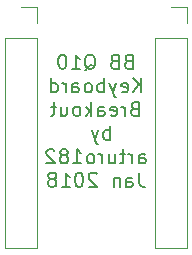
<source format=gbo>
G04 #@! TF.GenerationSoftware,KiCad,Pcbnew,(5.0-dev-4158-ga83669ab1)*
G04 #@! TF.CreationDate,2018-03-07T22:38:40+01:00*
G04 #@! TF.ProjectId,bbq10breakout,6262713130627265616B6F75742E6B69,rev?*
G04 #@! TF.SameCoordinates,Original*
G04 #@! TF.FileFunction,Legend,Bot*
G04 #@! TF.FilePolarity,Positive*
%FSLAX46Y46*%
G04 Gerber Fmt 4.6, Leading zero omitted, Abs format (unit mm)*
G04 Created by KiCad (PCBNEW (5.0-dev-4158-ga83669ab1)) date 03/07/18 22:38:41*
%MOMM*%
%LPD*%
G01*
G04 APERTURE LIST*
%ADD10C,0.200000*%
%ADD11C,0.120000*%
G04 APERTURE END LIST*
D10*
X176732857Y-36316285D02*
X176561428Y-36373428D01*
X176504285Y-36430571D01*
X176447142Y-36544857D01*
X176447142Y-36716285D01*
X176504285Y-36830571D01*
X176561428Y-36887714D01*
X176675714Y-36944857D01*
X177132857Y-36944857D01*
X177132857Y-35744857D01*
X176732857Y-35744857D01*
X176618571Y-35802000D01*
X176561428Y-35859142D01*
X176504285Y-35973428D01*
X176504285Y-36087714D01*
X176561428Y-36202000D01*
X176618571Y-36259142D01*
X176732857Y-36316285D01*
X177132857Y-36316285D01*
X175532857Y-36316285D02*
X175361428Y-36373428D01*
X175304285Y-36430571D01*
X175247142Y-36544857D01*
X175247142Y-36716285D01*
X175304285Y-36830571D01*
X175361428Y-36887714D01*
X175475714Y-36944857D01*
X175932857Y-36944857D01*
X175932857Y-35744857D01*
X175532857Y-35744857D01*
X175418571Y-35802000D01*
X175361428Y-35859142D01*
X175304285Y-35973428D01*
X175304285Y-36087714D01*
X175361428Y-36202000D01*
X175418571Y-36259142D01*
X175532857Y-36316285D01*
X175932857Y-36316285D01*
X173018571Y-37059142D02*
X173132857Y-37002000D01*
X173247142Y-36887714D01*
X173418571Y-36716285D01*
X173532857Y-36659142D01*
X173647142Y-36659142D01*
X173590000Y-36944857D02*
X173704285Y-36887714D01*
X173818571Y-36773428D01*
X173875714Y-36544857D01*
X173875714Y-36144857D01*
X173818571Y-35916285D01*
X173704285Y-35802000D01*
X173590000Y-35744857D01*
X173361428Y-35744857D01*
X173247142Y-35802000D01*
X173132857Y-35916285D01*
X173075714Y-36144857D01*
X173075714Y-36544857D01*
X173132857Y-36773428D01*
X173247142Y-36887714D01*
X173361428Y-36944857D01*
X173590000Y-36944857D01*
X171932857Y-36944857D02*
X172618571Y-36944857D01*
X172275714Y-36944857D02*
X172275714Y-35744857D01*
X172390000Y-35916285D01*
X172504285Y-36030571D01*
X172618571Y-36087714D01*
X171190000Y-35744857D02*
X171075714Y-35744857D01*
X170961428Y-35802000D01*
X170904285Y-35859142D01*
X170847142Y-35973428D01*
X170790000Y-36202000D01*
X170790000Y-36487714D01*
X170847142Y-36716285D01*
X170904285Y-36830571D01*
X170961428Y-36887714D01*
X171075714Y-36944857D01*
X171190000Y-36944857D01*
X171304285Y-36887714D01*
X171361428Y-36830571D01*
X171418571Y-36716285D01*
X171475714Y-36487714D01*
X171475714Y-36202000D01*
X171418571Y-35973428D01*
X171361428Y-35859142D01*
X171304285Y-35802000D01*
X171190000Y-35744857D01*
X177818571Y-38944857D02*
X177818571Y-37744857D01*
X177132857Y-38944857D02*
X177647142Y-38259142D01*
X177132857Y-37744857D02*
X177818571Y-38430571D01*
X176161428Y-38887714D02*
X176275714Y-38944857D01*
X176504285Y-38944857D01*
X176618571Y-38887714D01*
X176675714Y-38773428D01*
X176675714Y-38316285D01*
X176618571Y-38202000D01*
X176504285Y-38144857D01*
X176275714Y-38144857D01*
X176161428Y-38202000D01*
X176104285Y-38316285D01*
X176104285Y-38430571D01*
X176675714Y-38544857D01*
X175704285Y-38144857D02*
X175418571Y-38944857D01*
X175132857Y-38144857D02*
X175418571Y-38944857D01*
X175532857Y-39230571D01*
X175590000Y-39287714D01*
X175704285Y-39344857D01*
X174675714Y-38944857D02*
X174675714Y-37744857D01*
X174675714Y-38202000D02*
X174561428Y-38144857D01*
X174332857Y-38144857D01*
X174218571Y-38202000D01*
X174161428Y-38259142D01*
X174104285Y-38373428D01*
X174104285Y-38716285D01*
X174161428Y-38830571D01*
X174218571Y-38887714D01*
X174332857Y-38944857D01*
X174561428Y-38944857D01*
X174675714Y-38887714D01*
X173418571Y-38944857D02*
X173532857Y-38887714D01*
X173590000Y-38830571D01*
X173647142Y-38716285D01*
X173647142Y-38373428D01*
X173590000Y-38259142D01*
X173532857Y-38202000D01*
X173418571Y-38144857D01*
X173247142Y-38144857D01*
X173132857Y-38202000D01*
X173075714Y-38259142D01*
X173018571Y-38373428D01*
X173018571Y-38716285D01*
X173075714Y-38830571D01*
X173132857Y-38887714D01*
X173247142Y-38944857D01*
X173418571Y-38944857D01*
X171990000Y-38944857D02*
X171990000Y-38316285D01*
X172047142Y-38202000D01*
X172161428Y-38144857D01*
X172390000Y-38144857D01*
X172504285Y-38202000D01*
X171990000Y-38887714D02*
X172104285Y-38944857D01*
X172390000Y-38944857D01*
X172504285Y-38887714D01*
X172561428Y-38773428D01*
X172561428Y-38659142D01*
X172504285Y-38544857D01*
X172390000Y-38487714D01*
X172104285Y-38487714D01*
X171990000Y-38430571D01*
X171418571Y-38944857D02*
X171418571Y-38144857D01*
X171418571Y-38373428D02*
X171361428Y-38259142D01*
X171304285Y-38202000D01*
X171190000Y-38144857D01*
X171075714Y-38144857D01*
X170161428Y-38944857D02*
X170161428Y-37744857D01*
X170161428Y-38887714D02*
X170275714Y-38944857D01*
X170504285Y-38944857D01*
X170618571Y-38887714D01*
X170675714Y-38830571D01*
X170732857Y-38716285D01*
X170732857Y-38373428D01*
X170675714Y-38259142D01*
X170618571Y-38202000D01*
X170504285Y-38144857D01*
X170275714Y-38144857D01*
X170161428Y-38202000D01*
X177247142Y-40316285D02*
X177075714Y-40373428D01*
X177018571Y-40430571D01*
X176961428Y-40544857D01*
X176961428Y-40716285D01*
X177018571Y-40830571D01*
X177075714Y-40887714D01*
X177190000Y-40944857D01*
X177647142Y-40944857D01*
X177647142Y-39744857D01*
X177247142Y-39744857D01*
X177132857Y-39802000D01*
X177075714Y-39859142D01*
X177018571Y-39973428D01*
X177018571Y-40087714D01*
X177075714Y-40202000D01*
X177132857Y-40259142D01*
X177247142Y-40316285D01*
X177647142Y-40316285D01*
X176447142Y-40944857D02*
X176447142Y-40144857D01*
X176447142Y-40373428D02*
X176390000Y-40259142D01*
X176332857Y-40202000D01*
X176218571Y-40144857D01*
X176104285Y-40144857D01*
X175247142Y-40887714D02*
X175361428Y-40944857D01*
X175590000Y-40944857D01*
X175704285Y-40887714D01*
X175761428Y-40773428D01*
X175761428Y-40316285D01*
X175704285Y-40202000D01*
X175590000Y-40144857D01*
X175361428Y-40144857D01*
X175247142Y-40202000D01*
X175190000Y-40316285D01*
X175190000Y-40430571D01*
X175761428Y-40544857D01*
X174161428Y-40944857D02*
X174161428Y-40316285D01*
X174218571Y-40202000D01*
X174332857Y-40144857D01*
X174561428Y-40144857D01*
X174675714Y-40202000D01*
X174161428Y-40887714D02*
X174275714Y-40944857D01*
X174561428Y-40944857D01*
X174675714Y-40887714D01*
X174732857Y-40773428D01*
X174732857Y-40659142D01*
X174675714Y-40544857D01*
X174561428Y-40487714D01*
X174275714Y-40487714D01*
X174161428Y-40430571D01*
X173590000Y-40944857D02*
X173590000Y-39744857D01*
X173475714Y-40487714D02*
X173132857Y-40944857D01*
X173132857Y-40144857D02*
X173590000Y-40602000D01*
X172447142Y-40944857D02*
X172561428Y-40887714D01*
X172618571Y-40830571D01*
X172675714Y-40716285D01*
X172675714Y-40373428D01*
X172618571Y-40259142D01*
X172561428Y-40202000D01*
X172447142Y-40144857D01*
X172275714Y-40144857D01*
X172161428Y-40202000D01*
X172104285Y-40259142D01*
X172047142Y-40373428D01*
X172047142Y-40716285D01*
X172104285Y-40830571D01*
X172161428Y-40887714D01*
X172275714Y-40944857D01*
X172447142Y-40944857D01*
X171018571Y-40144857D02*
X171018571Y-40944857D01*
X171532857Y-40144857D02*
X171532857Y-40773428D01*
X171475714Y-40887714D01*
X171361428Y-40944857D01*
X171190000Y-40944857D01*
X171075714Y-40887714D01*
X171018571Y-40830571D01*
X170618571Y-40144857D02*
X170161428Y-40144857D01*
X170447142Y-39744857D02*
X170447142Y-40773428D01*
X170390000Y-40887714D01*
X170275714Y-40944857D01*
X170161428Y-40944857D01*
X175161428Y-42944857D02*
X175161428Y-41744857D01*
X175161428Y-42202000D02*
X175047142Y-42144857D01*
X174818571Y-42144857D01*
X174704285Y-42202000D01*
X174647142Y-42259142D01*
X174590000Y-42373428D01*
X174590000Y-42716285D01*
X174647142Y-42830571D01*
X174704285Y-42887714D01*
X174818571Y-42944857D01*
X175047142Y-42944857D01*
X175161428Y-42887714D01*
X174190000Y-42144857D02*
X173904285Y-42944857D01*
X173618571Y-42144857D02*
X173904285Y-42944857D01*
X174018571Y-43230571D01*
X174075714Y-43287714D01*
X174190000Y-43344857D01*
X177618571Y-44944857D02*
X177618571Y-44316285D01*
X177675714Y-44202000D01*
X177790000Y-44144857D01*
X178018571Y-44144857D01*
X178132857Y-44202000D01*
X177618571Y-44887714D02*
X177732857Y-44944857D01*
X178018571Y-44944857D01*
X178132857Y-44887714D01*
X178190000Y-44773428D01*
X178190000Y-44659142D01*
X178132857Y-44544857D01*
X178018571Y-44487714D01*
X177732857Y-44487714D01*
X177618571Y-44430571D01*
X177047142Y-44944857D02*
X177047142Y-44144857D01*
X177047142Y-44373428D02*
X176990000Y-44259142D01*
X176932857Y-44202000D01*
X176818571Y-44144857D01*
X176704285Y-44144857D01*
X176475714Y-44144857D02*
X176018571Y-44144857D01*
X176304285Y-43744857D02*
X176304285Y-44773428D01*
X176247142Y-44887714D01*
X176132857Y-44944857D01*
X176018571Y-44944857D01*
X175104285Y-44144857D02*
X175104285Y-44944857D01*
X175618571Y-44144857D02*
X175618571Y-44773428D01*
X175561428Y-44887714D01*
X175447142Y-44944857D01*
X175275714Y-44944857D01*
X175161428Y-44887714D01*
X175104285Y-44830571D01*
X174532857Y-44944857D02*
X174532857Y-44144857D01*
X174532857Y-44373428D02*
X174475714Y-44259142D01*
X174418571Y-44202000D01*
X174304285Y-44144857D01*
X174190000Y-44144857D01*
X173618571Y-44944857D02*
X173732857Y-44887714D01*
X173790000Y-44830571D01*
X173847142Y-44716285D01*
X173847142Y-44373428D01*
X173790000Y-44259142D01*
X173732857Y-44202000D01*
X173618571Y-44144857D01*
X173447142Y-44144857D01*
X173332857Y-44202000D01*
X173275714Y-44259142D01*
X173218571Y-44373428D01*
X173218571Y-44716285D01*
X173275714Y-44830571D01*
X173332857Y-44887714D01*
X173447142Y-44944857D01*
X173618571Y-44944857D01*
X172075714Y-44944857D02*
X172761428Y-44944857D01*
X172418571Y-44944857D02*
X172418571Y-43744857D01*
X172532857Y-43916285D01*
X172647142Y-44030571D01*
X172761428Y-44087714D01*
X171390000Y-44259142D02*
X171504285Y-44202000D01*
X171561428Y-44144857D01*
X171618571Y-44030571D01*
X171618571Y-43973428D01*
X171561428Y-43859142D01*
X171504285Y-43802000D01*
X171390000Y-43744857D01*
X171161428Y-43744857D01*
X171047142Y-43802000D01*
X170990000Y-43859142D01*
X170932857Y-43973428D01*
X170932857Y-44030571D01*
X170990000Y-44144857D01*
X171047142Y-44202000D01*
X171161428Y-44259142D01*
X171390000Y-44259142D01*
X171504285Y-44316285D01*
X171561428Y-44373428D01*
X171618571Y-44487714D01*
X171618571Y-44716285D01*
X171561428Y-44830571D01*
X171504285Y-44887714D01*
X171390000Y-44944857D01*
X171161428Y-44944857D01*
X171047142Y-44887714D01*
X170990000Y-44830571D01*
X170932857Y-44716285D01*
X170932857Y-44487714D01*
X170990000Y-44373428D01*
X171047142Y-44316285D01*
X171161428Y-44259142D01*
X170475714Y-43859142D02*
X170418571Y-43802000D01*
X170304285Y-43744857D01*
X170018571Y-43744857D01*
X169904285Y-43802000D01*
X169847142Y-43859142D01*
X169790000Y-43973428D01*
X169790000Y-44087714D01*
X169847142Y-44259142D01*
X170532857Y-44944857D01*
X169790000Y-44944857D01*
X177647142Y-45744857D02*
X177647142Y-46602000D01*
X177704285Y-46773428D01*
X177818571Y-46887714D01*
X177990000Y-46944857D01*
X178104285Y-46944857D01*
X176561428Y-46944857D02*
X176561428Y-46316285D01*
X176618571Y-46202000D01*
X176732857Y-46144857D01*
X176961428Y-46144857D01*
X177075714Y-46202000D01*
X176561428Y-46887714D02*
X176675714Y-46944857D01*
X176961428Y-46944857D01*
X177075714Y-46887714D01*
X177132857Y-46773428D01*
X177132857Y-46659142D01*
X177075714Y-46544857D01*
X176961428Y-46487714D01*
X176675714Y-46487714D01*
X176561428Y-46430571D01*
X175990000Y-46144857D02*
X175990000Y-46944857D01*
X175990000Y-46259142D02*
X175932857Y-46202000D01*
X175818571Y-46144857D01*
X175647142Y-46144857D01*
X175532857Y-46202000D01*
X175475714Y-46316285D01*
X175475714Y-46944857D01*
X174047142Y-45859142D02*
X173990000Y-45802000D01*
X173875714Y-45744857D01*
X173590000Y-45744857D01*
X173475714Y-45802000D01*
X173418571Y-45859142D01*
X173361428Y-45973428D01*
X173361428Y-46087714D01*
X173418571Y-46259142D01*
X174104285Y-46944857D01*
X173361428Y-46944857D01*
X172618571Y-45744857D02*
X172504285Y-45744857D01*
X172390000Y-45802000D01*
X172332857Y-45859142D01*
X172275714Y-45973428D01*
X172218571Y-46202000D01*
X172218571Y-46487714D01*
X172275714Y-46716285D01*
X172332857Y-46830571D01*
X172390000Y-46887714D01*
X172504285Y-46944857D01*
X172618571Y-46944857D01*
X172732857Y-46887714D01*
X172790000Y-46830571D01*
X172847142Y-46716285D01*
X172904285Y-46487714D01*
X172904285Y-46202000D01*
X172847142Y-45973428D01*
X172790000Y-45859142D01*
X172732857Y-45802000D01*
X172618571Y-45744857D01*
X171075714Y-46944857D02*
X171761428Y-46944857D01*
X171418571Y-46944857D02*
X171418571Y-45744857D01*
X171532857Y-45916285D01*
X171647142Y-46030571D01*
X171761428Y-46087714D01*
X170390000Y-46259142D02*
X170504285Y-46202000D01*
X170561428Y-46144857D01*
X170618571Y-46030571D01*
X170618571Y-45973428D01*
X170561428Y-45859142D01*
X170504285Y-45802000D01*
X170390000Y-45744857D01*
X170161428Y-45744857D01*
X170047142Y-45802000D01*
X169990000Y-45859142D01*
X169932857Y-45973428D01*
X169932857Y-46030571D01*
X169990000Y-46144857D01*
X170047142Y-46202000D01*
X170161428Y-46259142D01*
X170390000Y-46259142D01*
X170504285Y-46316285D01*
X170561428Y-46373428D01*
X170618571Y-46487714D01*
X170618571Y-46716285D01*
X170561428Y-46830571D01*
X170504285Y-46887714D01*
X170390000Y-46944857D01*
X170161428Y-46944857D01*
X170047142Y-46887714D01*
X169990000Y-46830571D01*
X169932857Y-46716285D01*
X169932857Y-46487714D01*
X169990000Y-46373428D01*
X170047142Y-46316285D01*
X170161428Y-46259142D01*
D11*
X181670000Y-52130000D02*
X179010000Y-52130000D01*
X181670000Y-34290000D02*
X181670000Y-52130000D01*
X179010000Y-34290000D02*
X179010000Y-52130000D01*
X181670000Y-34290000D02*
X179010000Y-34290000D01*
X181670000Y-33020000D02*
X181670000Y-31690000D01*
X181670000Y-31690000D02*
X180340000Y-31690000D01*
X168970000Y-31690000D02*
X167640000Y-31690000D01*
X168970000Y-33020000D02*
X168970000Y-31690000D01*
X168970000Y-34290000D02*
X166310000Y-34290000D01*
X166310000Y-34290000D02*
X166310000Y-52130000D01*
X168970000Y-34290000D02*
X168970000Y-52130000D01*
X168970000Y-52130000D02*
X166310000Y-52130000D01*
M02*

</source>
